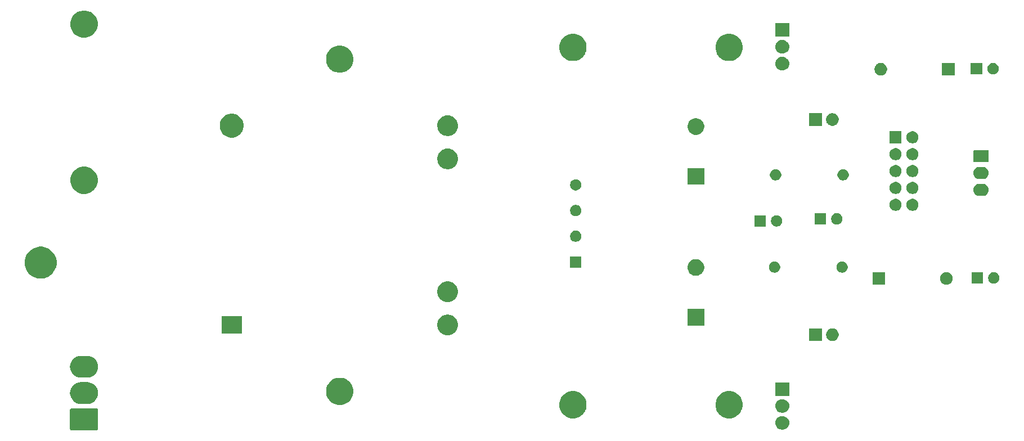
<source format=gbr>
G04 #@! TF.GenerationSoftware,KiCad,Pcbnew,(5.1.5)-3*
G04 #@! TF.CreationDate,2020-10-13T08:43:11+01:00*
G04 #@! TF.ProjectId,KOSMOPSU2,4b4f534d-4f50-4535-9532-2e6b69636164,rev?*
G04 #@! TF.SameCoordinates,Original*
G04 #@! TF.FileFunction,Soldermask,Bot*
G04 #@! TF.FilePolarity,Negative*
%FSLAX46Y46*%
G04 Gerber Fmt 4.6, Leading zero omitted, Abs format (unit mm)*
G04 Created by KiCad (PCBNEW (5.1.5)-3) date 2020-10-13 08:43:11*
%MOMM*%
%LPD*%
G04 APERTURE LIST*
%ADD10C,0.100000*%
G04 APERTURE END LIST*
D10*
G36*
X38907850Y-115022530D02*
G01*
X38936413Y-115031194D01*
X38962734Y-115045263D01*
X38985804Y-115064196D01*
X39004737Y-115087266D01*
X39018806Y-115113587D01*
X39027470Y-115142150D01*
X39031000Y-115177990D01*
X39031000Y-118122010D01*
X39027470Y-118157850D01*
X39018806Y-118186413D01*
X39004737Y-118212734D01*
X38985804Y-118235804D01*
X38962734Y-118254737D01*
X38936413Y-118268806D01*
X38907850Y-118277470D01*
X38872010Y-118281000D01*
X34987990Y-118281000D01*
X34952150Y-118277470D01*
X34923587Y-118268806D01*
X34897266Y-118254737D01*
X34874196Y-118235804D01*
X34855263Y-118212734D01*
X34841194Y-118186413D01*
X34832530Y-118157850D01*
X34829000Y-118122010D01*
X34829000Y-115177990D01*
X34832530Y-115142150D01*
X34841194Y-115113587D01*
X34855263Y-115087266D01*
X34874196Y-115064196D01*
X34897266Y-115045263D01*
X34923587Y-115031194D01*
X34952150Y-115022530D01*
X34987990Y-115019000D01*
X38872010Y-115019000D01*
X38907850Y-115022530D01*
G37*
G36*
X142145936Y-116181340D02*
G01*
X142244220Y-116191020D01*
X142433381Y-116248401D01*
X142607712Y-116341583D01*
X142760515Y-116466985D01*
X142885917Y-116619788D01*
X142979099Y-116794119D01*
X143036480Y-116983280D01*
X143055855Y-117180000D01*
X143036480Y-117376720D01*
X142979099Y-117565881D01*
X142885917Y-117740212D01*
X142760515Y-117893015D01*
X142607712Y-118018417D01*
X142433381Y-118111599D01*
X142244220Y-118168980D01*
X142145936Y-118178660D01*
X142096795Y-118183500D01*
X141903205Y-118183500D01*
X141854064Y-118178660D01*
X141755780Y-118168980D01*
X141566619Y-118111599D01*
X141392288Y-118018417D01*
X141239485Y-117893015D01*
X141114083Y-117740212D01*
X141020901Y-117565881D01*
X140963520Y-117376720D01*
X140944145Y-117180000D01*
X140963520Y-116983280D01*
X141020901Y-116794119D01*
X141114083Y-116619788D01*
X141239485Y-116466985D01*
X141392288Y-116341583D01*
X141566619Y-116248401D01*
X141755780Y-116191020D01*
X141854064Y-116181340D01*
X141903205Y-116176500D01*
X142096795Y-116176500D01*
X142145936Y-116181340D01*
G37*
G36*
X111098254Y-112487818D02*
G01*
X111470497Y-112642006D01*
X111471513Y-112642427D01*
X111807436Y-112866884D01*
X112093116Y-113152564D01*
X112266141Y-113411513D01*
X112317574Y-113488489D01*
X112472182Y-113861746D01*
X112551000Y-114257993D01*
X112551000Y-114662007D01*
X112472182Y-115058254D01*
X112413381Y-115200212D01*
X112317573Y-115431513D01*
X112093116Y-115767436D01*
X111807436Y-116053116D01*
X111471513Y-116277573D01*
X111471512Y-116277574D01*
X111471511Y-116277574D01*
X111098254Y-116432182D01*
X110702007Y-116511000D01*
X110297993Y-116511000D01*
X109901746Y-116432182D01*
X109528489Y-116277574D01*
X109528488Y-116277574D01*
X109528487Y-116277573D01*
X109192564Y-116053116D01*
X108906884Y-115767436D01*
X108682427Y-115431513D01*
X108586619Y-115200212D01*
X108527818Y-115058254D01*
X108449000Y-114662007D01*
X108449000Y-114257993D01*
X108527818Y-113861746D01*
X108682426Y-113488489D01*
X108733860Y-113411513D01*
X108906884Y-113152564D01*
X109192564Y-112866884D01*
X109528487Y-112642427D01*
X109529503Y-112642006D01*
X109901746Y-112487818D01*
X110297993Y-112409000D01*
X110702007Y-112409000D01*
X111098254Y-112487818D01*
G37*
G36*
X134598254Y-112487818D02*
G01*
X134970497Y-112642006D01*
X134971513Y-112642427D01*
X135307436Y-112866884D01*
X135593116Y-113152564D01*
X135766141Y-113411513D01*
X135817574Y-113488489D01*
X135972182Y-113861746D01*
X136051000Y-114257993D01*
X136051000Y-114662007D01*
X135972182Y-115058254D01*
X135913381Y-115200212D01*
X135817573Y-115431513D01*
X135593116Y-115767436D01*
X135307436Y-116053116D01*
X134971513Y-116277573D01*
X134971512Y-116277574D01*
X134971511Y-116277574D01*
X134598254Y-116432182D01*
X134202007Y-116511000D01*
X133797993Y-116511000D01*
X133401746Y-116432182D01*
X133028489Y-116277574D01*
X133028488Y-116277574D01*
X133028487Y-116277573D01*
X132692564Y-116053116D01*
X132406884Y-115767436D01*
X132182427Y-115431513D01*
X132086619Y-115200212D01*
X132027818Y-115058254D01*
X131949000Y-114662007D01*
X131949000Y-114257993D01*
X132027818Y-113861746D01*
X132182426Y-113488489D01*
X132233860Y-113411513D01*
X132406884Y-113152564D01*
X132692564Y-112866884D01*
X133028487Y-112642427D01*
X133029503Y-112642006D01*
X133401746Y-112487818D01*
X133797993Y-112409000D01*
X134202007Y-112409000D01*
X134598254Y-112487818D01*
G37*
G36*
X142145936Y-113641340D02*
G01*
X142244220Y-113651020D01*
X142433381Y-113708401D01*
X142607712Y-113801583D01*
X142760515Y-113926985D01*
X142885917Y-114079788D01*
X142979099Y-114254119D01*
X143036480Y-114443280D01*
X143055855Y-114640000D01*
X143036480Y-114836720D01*
X142979099Y-115025881D01*
X142885917Y-115200212D01*
X142760515Y-115353015D01*
X142607712Y-115478417D01*
X142433381Y-115571599D01*
X142244220Y-115628980D01*
X142145936Y-115638660D01*
X142096795Y-115643500D01*
X141903205Y-115643500D01*
X141854064Y-115638660D01*
X141755780Y-115628980D01*
X141566619Y-115571599D01*
X141392288Y-115478417D01*
X141239485Y-115353015D01*
X141114083Y-115200212D01*
X141020901Y-115025881D01*
X140963520Y-114836720D01*
X140944145Y-114640000D01*
X140963520Y-114443280D01*
X141020901Y-114254119D01*
X141114083Y-114079788D01*
X141239485Y-113926985D01*
X141392288Y-113801583D01*
X141566619Y-113708401D01*
X141755780Y-113651020D01*
X141854064Y-113641340D01*
X141903205Y-113636500D01*
X142096795Y-113636500D01*
X142145936Y-113641340D01*
G37*
G36*
X76008254Y-110467818D02*
G01*
X76381511Y-110622426D01*
X76381513Y-110622427D01*
X76717436Y-110846884D01*
X77003116Y-111132564D01*
X77032048Y-111175863D01*
X77227574Y-111468489D01*
X77382182Y-111841746D01*
X77461000Y-112237993D01*
X77461000Y-112642007D01*
X77382182Y-113038254D01*
X77227574Y-113411511D01*
X77227573Y-113411513D01*
X77003116Y-113747436D01*
X76717436Y-114033116D01*
X76381513Y-114257573D01*
X76381512Y-114257574D01*
X76381511Y-114257574D01*
X76008254Y-114412182D01*
X75612007Y-114491000D01*
X75207993Y-114491000D01*
X74811746Y-114412182D01*
X74438489Y-114257574D01*
X74438488Y-114257574D01*
X74438487Y-114257573D01*
X74102564Y-114033116D01*
X73816884Y-113747436D01*
X73592427Y-113411513D01*
X73592426Y-113411511D01*
X73437818Y-113038254D01*
X73359000Y-112642007D01*
X73359000Y-112237993D01*
X73437818Y-111841746D01*
X73592426Y-111468489D01*
X73787953Y-111175863D01*
X73816884Y-111132564D01*
X74102564Y-110846884D01*
X74438487Y-110622427D01*
X74438489Y-110622426D01*
X74811746Y-110467818D01*
X75207993Y-110389000D01*
X75612007Y-110389000D01*
X76008254Y-110467818D01*
G37*
G36*
X37719730Y-111082599D02*
G01*
X38027179Y-111175863D01*
X38310518Y-111327311D01*
X38558871Y-111531129D01*
X38762689Y-111779482D01*
X38914137Y-112062821D01*
X39007401Y-112370270D01*
X39038891Y-112690000D01*
X39007401Y-113009730D01*
X38914137Y-113317179D01*
X38762689Y-113600518D01*
X38558871Y-113848871D01*
X38310518Y-114052689D01*
X38027179Y-114204137D01*
X37719730Y-114297401D01*
X37480122Y-114321000D01*
X36379878Y-114321000D01*
X36140270Y-114297401D01*
X35832821Y-114204137D01*
X35549482Y-114052689D01*
X35301129Y-113848871D01*
X35097311Y-113600518D01*
X34945863Y-113317179D01*
X34852599Y-113009730D01*
X34821109Y-112690000D01*
X34852599Y-112370270D01*
X34945863Y-112062821D01*
X35097311Y-111779482D01*
X35301129Y-111531129D01*
X35549482Y-111327311D01*
X35832821Y-111175863D01*
X36140270Y-111082599D01*
X36379878Y-111059000D01*
X37480122Y-111059000D01*
X37719730Y-111082599D01*
G37*
G36*
X143051000Y-113103500D02*
G01*
X140949000Y-113103500D01*
X140949000Y-111096500D01*
X143051000Y-111096500D01*
X143051000Y-113103500D01*
G37*
G36*
X37719730Y-107122599D02*
G01*
X38027179Y-107215863D01*
X38310518Y-107367311D01*
X38558871Y-107571129D01*
X38762689Y-107819482D01*
X38914137Y-108102821D01*
X39007401Y-108410270D01*
X39038891Y-108730000D01*
X39007401Y-109049730D01*
X38914137Y-109357179D01*
X38762689Y-109640518D01*
X38558871Y-109888871D01*
X38310518Y-110092689D01*
X38027179Y-110244137D01*
X37719730Y-110337401D01*
X37480122Y-110361000D01*
X36379878Y-110361000D01*
X36140270Y-110337401D01*
X35832821Y-110244137D01*
X35549482Y-110092689D01*
X35301129Y-109888871D01*
X35097311Y-109640518D01*
X34945863Y-109357179D01*
X34852599Y-109049730D01*
X34821109Y-108730000D01*
X34852599Y-108410270D01*
X34945863Y-108102821D01*
X35097311Y-107819482D01*
X35301129Y-107571129D01*
X35549482Y-107367311D01*
X35832821Y-107215863D01*
X36140270Y-107122599D01*
X36379878Y-107099000D01*
X37480122Y-107099000D01*
X37719730Y-107122599D01*
G37*
G36*
X149817395Y-103005546D02*
G01*
X149990466Y-103077234D01*
X149990467Y-103077235D01*
X150146227Y-103181310D01*
X150278690Y-103313773D01*
X150278691Y-103313775D01*
X150382766Y-103469534D01*
X150454454Y-103642605D01*
X150491000Y-103826333D01*
X150491000Y-104013667D01*
X150454454Y-104197395D01*
X150382766Y-104370466D01*
X150382765Y-104370467D01*
X150278690Y-104526227D01*
X150146227Y-104658690D01*
X150067818Y-104711081D01*
X149990466Y-104762766D01*
X149817395Y-104834454D01*
X149633667Y-104871000D01*
X149446333Y-104871000D01*
X149262605Y-104834454D01*
X149089534Y-104762766D01*
X149012182Y-104711081D01*
X148933773Y-104658690D01*
X148801310Y-104526227D01*
X148697235Y-104370467D01*
X148697234Y-104370466D01*
X148625546Y-104197395D01*
X148589000Y-104013667D01*
X148589000Y-103826333D01*
X148625546Y-103642605D01*
X148697234Y-103469534D01*
X148801309Y-103313775D01*
X148801310Y-103313773D01*
X148933773Y-103181310D01*
X149089533Y-103077235D01*
X149089534Y-103077234D01*
X149262605Y-103005546D01*
X149446333Y-102969000D01*
X149633667Y-102969000D01*
X149817395Y-103005546D01*
G37*
G36*
X147951000Y-104871000D02*
G01*
X146049000Y-104871000D01*
X146049000Y-102969000D01*
X147951000Y-102969000D01*
X147951000Y-104871000D01*
G37*
G36*
X91962585Y-100918802D02*
G01*
X92112410Y-100948604D01*
X92394674Y-101065521D01*
X92648705Y-101235259D01*
X92864741Y-101451295D01*
X93034479Y-101705326D01*
X93151396Y-101987590D01*
X93211000Y-102287240D01*
X93211000Y-102592760D01*
X93151396Y-102892410D01*
X93034479Y-103174674D01*
X92864741Y-103428705D01*
X92648705Y-103644741D01*
X92394674Y-103814479D01*
X92112410Y-103931396D01*
X91962585Y-103961198D01*
X91812761Y-103991000D01*
X91507239Y-103991000D01*
X91357415Y-103961198D01*
X91207590Y-103931396D01*
X90925326Y-103814479D01*
X90671295Y-103644741D01*
X90455259Y-103428705D01*
X90285521Y-103174674D01*
X90168604Y-102892410D01*
X90109000Y-102592760D01*
X90109000Y-102287240D01*
X90168604Y-101987590D01*
X90285521Y-101705326D01*
X90455259Y-101451295D01*
X90671295Y-101235259D01*
X90925326Y-101065521D01*
X91207590Y-100948604D01*
X91357415Y-100918802D01*
X91507239Y-100889000D01*
X91812761Y-100889000D01*
X91962585Y-100918802D01*
G37*
G36*
X60711000Y-103741000D02*
G01*
X57609000Y-103741000D01*
X57609000Y-101139000D01*
X60711000Y-101139000D01*
X60711000Y-103741000D01*
G37*
G36*
X130251000Y-102531000D02*
G01*
X127749000Y-102531000D01*
X127749000Y-100029000D01*
X130251000Y-100029000D01*
X130251000Y-102531000D01*
G37*
G36*
X91880529Y-95902480D02*
G01*
X92112410Y-95948604D01*
X92394674Y-96065521D01*
X92648705Y-96235259D01*
X92864741Y-96451295D01*
X93034479Y-96705326D01*
X93151396Y-96987590D01*
X93211000Y-97287240D01*
X93211000Y-97592760D01*
X93151396Y-97892410D01*
X93034479Y-98174674D01*
X92864741Y-98428705D01*
X92648705Y-98644741D01*
X92394674Y-98814479D01*
X92112410Y-98931396D01*
X91962585Y-98961198D01*
X91812761Y-98991000D01*
X91507239Y-98991000D01*
X91357415Y-98961198D01*
X91207590Y-98931396D01*
X90925326Y-98814479D01*
X90671295Y-98644741D01*
X90455259Y-98428705D01*
X90285521Y-98174674D01*
X90168604Y-97892410D01*
X90109000Y-97592760D01*
X90109000Y-97287240D01*
X90168604Y-96987590D01*
X90285521Y-96705326D01*
X90455259Y-96451295D01*
X90671295Y-96235259D01*
X90925326Y-96065521D01*
X91207590Y-95948604D01*
X91439471Y-95902480D01*
X91507239Y-95889000D01*
X91812761Y-95889000D01*
X91880529Y-95902480D01*
G37*
G36*
X166967395Y-94525546D02*
G01*
X167140466Y-94597234D01*
X167153365Y-94605853D01*
X167296227Y-94701310D01*
X167428690Y-94833773D01*
X167428691Y-94833775D01*
X167532766Y-94989534D01*
X167604454Y-95162605D01*
X167641000Y-95346333D01*
X167641000Y-95533667D01*
X167604454Y-95717395D01*
X167532766Y-95890466D01*
X167532765Y-95890467D01*
X167428690Y-96046227D01*
X167296227Y-96178690D01*
X167247871Y-96211000D01*
X167140466Y-96282766D01*
X166967395Y-96354454D01*
X166783667Y-96391000D01*
X166596333Y-96391000D01*
X166412605Y-96354454D01*
X166239534Y-96282766D01*
X166132129Y-96211000D01*
X166083773Y-96178690D01*
X165951310Y-96046227D01*
X165847235Y-95890467D01*
X165847234Y-95890466D01*
X165775546Y-95717395D01*
X165739000Y-95533667D01*
X165739000Y-95346333D01*
X165775546Y-95162605D01*
X165847234Y-94989534D01*
X165951309Y-94833775D01*
X165951310Y-94833773D01*
X166083773Y-94701310D01*
X166226635Y-94605853D01*
X166239534Y-94597234D01*
X166412605Y-94525546D01*
X166596333Y-94489000D01*
X166783667Y-94489000D01*
X166967395Y-94525546D01*
G37*
G36*
X157481000Y-96391000D02*
G01*
X155579000Y-96391000D01*
X155579000Y-94489000D01*
X157481000Y-94489000D01*
X157481000Y-96391000D01*
G37*
G36*
X172181000Y-96211000D02*
G01*
X170479000Y-96211000D01*
X170479000Y-94509000D01*
X172181000Y-94509000D01*
X172181000Y-96211000D01*
G37*
G36*
X174078228Y-94541703D02*
G01*
X174233100Y-94605853D01*
X174372481Y-94698985D01*
X174491015Y-94817519D01*
X174584147Y-94956900D01*
X174648297Y-95111772D01*
X174681000Y-95276184D01*
X174681000Y-95443816D01*
X174648297Y-95608228D01*
X174584147Y-95763100D01*
X174491015Y-95902481D01*
X174372481Y-96021015D01*
X174233100Y-96114147D01*
X174078228Y-96178297D01*
X173913816Y-96211000D01*
X173746184Y-96211000D01*
X173581772Y-96178297D01*
X173426900Y-96114147D01*
X173287519Y-96021015D01*
X173168985Y-95902481D01*
X173075853Y-95763100D01*
X173011703Y-95608228D01*
X172979000Y-95443816D01*
X172979000Y-95276184D01*
X173011703Y-95111772D01*
X173075853Y-94956900D01*
X173168985Y-94817519D01*
X173287519Y-94698985D01*
X173426900Y-94605853D01*
X173581772Y-94541703D01*
X173746184Y-94509000D01*
X173913816Y-94509000D01*
X174078228Y-94541703D01*
G37*
G36*
X30878412Y-90705135D02*
G01*
X31110346Y-90751269D01*
X31547300Y-90932262D01*
X31940548Y-91195022D01*
X32274978Y-91529452D01*
X32537738Y-91922700D01*
X32718731Y-92359654D01*
X32811000Y-92823522D01*
X32811000Y-93296478D01*
X32718731Y-93760346D01*
X32537738Y-94197300D01*
X32274978Y-94590548D01*
X31940548Y-94924978D01*
X31547300Y-95187738D01*
X31110346Y-95368731D01*
X30878412Y-95414866D01*
X30646479Y-95461000D01*
X30173521Y-95461000D01*
X29941588Y-95414866D01*
X29709654Y-95368731D01*
X29272700Y-95187738D01*
X28879452Y-94924978D01*
X28545022Y-94590548D01*
X28282262Y-94197300D01*
X28101269Y-93760346D01*
X28009000Y-93296478D01*
X28009000Y-92823522D01*
X28101269Y-92359654D01*
X28282262Y-91922700D01*
X28545022Y-91529452D01*
X28879452Y-91195022D01*
X29272700Y-90932262D01*
X29709654Y-90751269D01*
X29941588Y-90705135D01*
X30173521Y-90659000D01*
X30646479Y-90659000D01*
X30878412Y-90705135D01*
G37*
G36*
X129364903Y-92577075D02*
G01*
X129592571Y-92671378D01*
X129797466Y-92808285D01*
X129971715Y-92982534D01*
X129971716Y-92982536D01*
X130108623Y-93187431D01*
X130202925Y-93415097D01*
X130251000Y-93656786D01*
X130251000Y-93903214D01*
X130202925Y-94144903D01*
X130181222Y-94197300D01*
X130108622Y-94372571D01*
X129971715Y-94577466D01*
X129797466Y-94751715D01*
X129592571Y-94888622D01*
X129592570Y-94888623D01*
X129592569Y-94888623D01*
X129364903Y-94982925D01*
X129123214Y-95031000D01*
X128876786Y-95031000D01*
X128635097Y-94982925D01*
X128407431Y-94888623D01*
X128407430Y-94888623D01*
X128407429Y-94888622D01*
X128202534Y-94751715D01*
X128028285Y-94577466D01*
X127891378Y-94372571D01*
X127818779Y-94197300D01*
X127797075Y-94144903D01*
X127749000Y-93903214D01*
X127749000Y-93656786D01*
X127797075Y-93415097D01*
X127891377Y-93187431D01*
X128028284Y-92982536D01*
X128028285Y-92982534D01*
X128202534Y-92808285D01*
X128407429Y-92671378D01*
X128635097Y-92577075D01*
X128876786Y-92529000D01*
X129123214Y-92529000D01*
X129364903Y-92577075D01*
G37*
G36*
X141088228Y-92911703D02*
G01*
X141243100Y-92975853D01*
X141382481Y-93068985D01*
X141501015Y-93187519D01*
X141594147Y-93326900D01*
X141658297Y-93481772D01*
X141691000Y-93646184D01*
X141691000Y-93813816D01*
X141658297Y-93978228D01*
X141594147Y-94133100D01*
X141501015Y-94272481D01*
X141382481Y-94391015D01*
X141243100Y-94484147D01*
X141088228Y-94548297D01*
X140923816Y-94581000D01*
X140756184Y-94581000D01*
X140591772Y-94548297D01*
X140436900Y-94484147D01*
X140297519Y-94391015D01*
X140178985Y-94272481D01*
X140085853Y-94133100D01*
X140021703Y-93978228D01*
X139989000Y-93813816D01*
X139989000Y-93646184D01*
X140021703Y-93481772D01*
X140085853Y-93326900D01*
X140178985Y-93187519D01*
X140297519Y-93068985D01*
X140436900Y-92975853D01*
X140591772Y-92911703D01*
X140756184Y-92879000D01*
X140923816Y-92879000D01*
X141088228Y-92911703D01*
G37*
G36*
X151248228Y-92911703D02*
G01*
X151403100Y-92975853D01*
X151542481Y-93068985D01*
X151661015Y-93187519D01*
X151754147Y-93326900D01*
X151818297Y-93481772D01*
X151851000Y-93646184D01*
X151851000Y-93813816D01*
X151818297Y-93978228D01*
X151754147Y-94133100D01*
X151661015Y-94272481D01*
X151542481Y-94391015D01*
X151403100Y-94484147D01*
X151248228Y-94548297D01*
X151083816Y-94581000D01*
X150916184Y-94581000D01*
X150751772Y-94548297D01*
X150596900Y-94484147D01*
X150457519Y-94391015D01*
X150338985Y-94272481D01*
X150245853Y-94133100D01*
X150181703Y-93978228D01*
X150149000Y-93813816D01*
X150149000Y-93646184D01*
X150181703Y-93481772D01*
X150245853Y-93326900D01*
X150338985Y-93187519D01*
X150457519Y-93068985D01*
X150596900Y-92975853D01*
X150751772Y-92911703D01*
X150916184Y-92879000D01*
X151083816Y-92879000D01*
X151248228Y-92911703D01*
G37*
G36*
X111766000Y-93796000D02*
G01*
X110074000Y-93796000D01*
X110074000Y-92104000D01*
X111766000Y-92104000D01*
X111766000Y-93796000D01*
G37*
G36*
X111166768Y-88271511D02*
G01*
X111320729Y-88335284D01*
X111320731Y-88335285D01*
X111459293Y-88427869D01*
X111577131Y-88545707D01*
X111669716Y-88684271D01*
X111733489Y-88838232D01*
X111766000Y-89001675D01*
X111766000Y-89168325D01*
X111733489Y-89331768D01*
X111669716Y-89485729D01*
X111669715Y-89485731D01*
X111577131Y-89624293D01*
X111459293Y-89742131D01*
X111320731Y-89834715D01*
X111320730Y-89834716D01*
X111320729Y-89834716D01*
X111166768Y-89898489D01*
X111003325Y-89931000D01*
X110836675Y-89931000D01*
X110673232Y-89898489D01*
X110519271Y-89834716D01*
X110519270Y-89834716D01*
X110519269Y-89834715D01*
X110380707Y-89742131D01*
X110262869Y-89624293D01*
X110170285Y-89485731D01*
X110170284Y-89485729D01*
X110106511Y-89331768D01*
X110074000Y-89168325D01*
X110074000Y-89001675D01*
X110106511Y-88838232D01*
X110170284Y-88684271D01*
X110262869Y-88545707D01*
X110380707Y-88427869D01*
X110519269Y-88335285D01*
X110519271Y-88335284D01*
X110673232Y-88271511D01*
X110836675Y-88239000D01*
X111003325Y-88239000D01*
X111166768Y-88271511D01*
G37*
G36*
X141398228Y-85961703D02*
G01*
X141553100Y-86025853D01*
X141692481Y-86118985D01*
X141811015Y-86237519D01*
X141904147Y-86376900D01*
X141968297Y-86531772D01*
X142001000Y-86696184D01*
X142001000Y-86863816D01*
X141968297Y-87028228D01*
X141904147Y-87183100D01*
X141811015Y-87322481D01*
X141692481Y-87441015D01*
X141553100Y-87534147D01*
X141398228Y-87598297D01*
X141233816Y-87631000D01*
X141066184Y-87631000D01*
X140901772Y-87598297D01*
X140746900Y-87534147D01*
X140607519Y-87441015D01*
X140488985Y-87322481D01*
X140395853Y-87183100D01*
X140331703Y-87028228D01*
X140299000Y-86863816D01*
X140299000Y-86696184D01*
X140331703Y-86531772D01*
X140395853Y-86376900D01*
X140488985Y-86237519D01*
X140607519Y-86118985D01*
X140746900Y-86025853D01*
X140901772Y-85961703D01*
X141066184Y-85929000D01*
X141233816Y-85929000D01*
X141398228Y-85961703D01*
G37*
G36*
X139501000Y-87631000D02*
G01*
X137799000Y-87631000D01*
X137799000Y-85929000D01*
X139501000Y-85929000D01*
X139501000Y-87631000D01*
G37*
G36*
X150458228Y-85661703D02*
G01*
X150613100Y-85725853D01*
X150752481Y-85818985D01*
X150871015Y-85937519D01*
X150964147Y-86076900D01*
X151028297Y-86231772D01*
X151061000Y-86396184D01*
X151061000Y-86563816D01*
X151028297Y-86728228D01*
X150964147Y-86883100D01*
X150871015Y-87022481D01*
X150752481Y-87141015D01*
X150613100Y-87234147D01*
X150458228Y-87298297D01*
X150293816Y-87331000D01*
X150126184Y-87331000D01*
X149961772Y-87298297D01*
X149806900Y-87234147D01*
X149667519Y-87141015D01*
X149548985Y-87022481D01*
X149455853Y-86883100D01*
X149391703Y-86728228D01*
X149359000Y-86563816D01*
X149359000Y-86396184D01*
X149391703Y-86231772D01*
X149455853Y-86076900D01*
X149548985Y-85937519D01*
X149667519Y-85818985D01*
X149806900Y-85725853D01*
X149961772Y-85661703D01*
X150126184Y-85629000D01*
X150293816Y-85629000D01*
X150458228Y-85661703D01*
G37*
G36*
X148561000Y-87331000D02*
G01*
X146859000Y-87331000D01*
X146859000Y-85629000D01*
X148561000Y-85629000D01*
X148561000Y-87331000D01*
G37*
G36*
X111166768Y-84406511D02*
G01*
X111271952Y-84450080D01*
X111320731Y-84470285D01*
X111459293Y-84562869D01*
X111577131Y-84680707D01*
X111669716Y-84819271D01*
X111733489Y-84973232D01*
X111766000Y-85136675D01*
X111766000Y-85303325D01*
X111733489Y-85466768D01*
X111669716Y-85620729D01*
X111669715Y-85620731D01*
X111577131Y-85759293D01*
X111459293Y-85877131D01*
X111320731Y-85969715D01*
X111320730Y-85969716D01*
X111320729Y-85969716D01*
X111166768Y-86033489D01*
X111003325Y-86066000D01*
X110836675Y-86066000D01*
X110673232Y-86033489D01*
X110519271Y-85969716D01*
X110519270Y-85969716D01*
X110519269Y-85969715D01*
X110380707Y-85877131D01*
X110262869Y-85759293D01*
X110170285Y-85620731D01*
X110170284Y-85620729D01*
X110106511Y-85466768D01*
X110074000Y-85303325D01*
X110074000Y-85136675D01*
X110106511Y-84973232D01*
X110170284Y-84819271D01*
X110262869Y-84680707D01*
X110380707Y-84562869D01*
X110519269Y-84470285D01*
X110568048Y-84450080D01*
X110673232Y-84406511D01*
X110836675Y-84374000D01*
X111003325Y-84374000D01*
X111166768Y-84406511D01*
G37*
G36*
X161856778Y-83480547D02*
G01*
X162023224Y-83549491D01*
X162173022Y-83649583D01*
X162300417Y-83776978D01*
X162400509Y-83926776D01*
X162469453Y-84093222D01*
X162504600Y-84269918D01*
X162504600Y-84450082D01*
X162469453Y-84626778D01*
X162400509Y-84793224D01*
X162300417Y-84943022D01*
X162173022Y-85070417D01*
X162023224Y-85170509D01*
X161856778Y-85239453D01*
X161680082Y-85274600D01*
X161499918Y-85274600D01*
X161323222Y-85239453D01*
X161156776Y-85170509D01*
X161006978Y-85070417D01*
X160879583Y-84943022D01*
X160779491Y-84793224D01*
X160710547Y-84626778D01*
X160675400Y-84450082D01*
X160675400Y-84269918D01*
X160710547Y-84093222D01*
X160779491Y-83926776D01*
X160879583Y-83776978D01*
X161006978Y-83649583D01*
X161156776Y-83549491D01*
X161323222Y-83480547D01*
X161499918Y-83445400D01*
X161680082Y-83445400D01*
X161856778Y-83480547D01*
G37*
G36*
X159316778Y-83480547D02*
G01*
X159483224Y-83549491D01*
X159633022Y-83649583D01*
X159760417Y-83776978D01*
X159860509Y-83926776D01*
X159929453Y-84093222D01*
X159964600Y-84269918D01*
X159964600Y-84450082D01*
X159929453Y-84626778D01*
X159860509Y-84793224D01*
X159760417Y-84943022D01*
X159633022Y-85070417D01*
X159483224Y-85170509D01*
X159316778Y-85239453D01*
X159140082Y-85274600D01*
X158959918Y-85274600D01*
X158783222Y-85239453D01*
X158616776Y-85170509D01*
X158466978Y-85070417D01*
X158339583Y-84943022D01*
X158239491Y-84793224D01*
X158170547Y-84626778D01*
X158135400Y-84450082D01*
X158135400Y-84269918D01*
X158170547Y-84093222D01*
X158239491Y-83926776D01*
X158339583Y-83776978D01*
X158466978Y-83649583D01*
X158616776Y-83549491D01*
X158783222Y-83480547D01*
X158959918Y-83445400D01*
X159140082Y-83445400D01*
X159316778Y-83480547D01*
G37*
G36*
X172240345Y-81193442D02*
G01*
X172330548Y-81202326D01*
X172504157Y-81254990D01*
X172664156Y-81340511D01*
X172707729Y-81376271D01*
X172804397Y-81455603D01*
X172883729Y-81552271D01*
X172919489Y-81595844D01*
X173005010Y-81755843D01*
X173057674Y-81929452D01*
X173075456Y-82110000D01*
X173057674Y-82290548D01*
X173005010Y-82464157D01*
X173005009Y-82464159D01*
X172995229Y-82482456D01*
X172919489Y-82624156D01*
X172912902Y-82632182D01*
X172804397Y-82764397D01*
X172707729Y-82843729D01*
X172664156Y-82879489D01*
X172504157Y-82965010D01*
X172330548Y-83017674D01*
X172240345Y-83026558D01*
X172195245Y-83031000D01*
X171644755Y-83031000D01*
X171599655Y-83026558D01*
X171509452Y-83017674D01*
X171335843Y-82965010D01*
X171175844Y-82879489D01*
X171132271Y-82843729D01*
X171035603Y-82764397D01*
X170927098Y-82632182D01*
X170920511Y-82624156D01*
X170844771Y-82482456D01*
X170834991Y-82464159D01*
X170834990Y-82464157D01*
X170782326Y-82290548D01*
X170764544Y-82110000D01*
X170782326Y-81929452D01*
X170834990Y-81755843D01*
X170920511Y-81595844D01*
X170956271Y-81552271D01*
X171035603Y-81455603D01*
X171132271Y-81376271D01*
X171175844Y-81340511D01*
X171335843Y-81254990D01*
X171509452Y-81202326D01*
X171599655Y-81193442D01*
X171644755Y-81189000D01*
X172195245Y-81189000D01*
X172240345Y-81193442D01*
G37*
G36*
X161856778Y-80940547D02*
G01*
X162023224Y-81009491D01*
X162173022Y-81109583D01*
X162300417Y-81236978D01*
X162400509Y-81386776D01*
X162469453Y-81553222D01*
X162504600Y-81729918D01*
X162504600Y-81910082D01*
X162469453Y-82086778D01*
X162400509Y-82253224D01*
X162300417Y-82403022D01*
X162173022Y-82530417D01*
X162023224Y-82630509D01*
X161856778Y-82699453D01*
X161680082Y-82734600D01*
X161499918Y-82734600D01*
X161323222Y-82699453D01*
X161156776Y-82630509D01*
X161006978Y-82530417D01*
X160879583Y-82403022D01*
X160779491Y-82253224D01*
X160710547Y-82086778D01*
X160675400Y-81910082D01*
X160675400Y-81729918D01*
X160710547Y-81553222D01*
X160779491Y-81386776D01*
X160879583Y-81236978D01*
X161006978Y-81109583D01*
X161156776Y-81009491D01*
X161323222Y-80940547D01*
X161499918Y-80905400D01*
X161680082Y-80905400D01*
X161856778Y-80940547D01*
G37*
G36*
X159316778Y-80940547D02*
G01*
X159483224Y-81009491D01*
X159633022Y-81109583D01*
X159760417Y-81236978D01*
X159860509Y-81386776D01*
X159929453Y-81553222D01*
X159964600Y-81729918D01*
X159964600Y-81910082D01*
X159929453Y-82086778D01*
X159860509Y-82253224D01*
X159760417Y-82403022D01*
X159633022Y-82530417D01*
X159483224Y-82630509D01*
X159316778Y-82699453D01*
X159140082Y-82734600D01*
X158959918Y-82734600D01*
X158783222Y-82699453D01*
X158616776Y-82630509D01*
X158466978Y-82530417D01*
X158339583Y-82403022D01*
X158239491Y-82253224D01*
X158170547Y-82086778D01*
X158135400Y-81910082D01*
X158135400Y-81729918D01*
X158170547Y-81553222D01*
X158239491Y-81386776D01*
X158339583Y-81236978D01*
X158466978Y-81109583D01*
X158616776Y-81009491D01*
X158783222Y-80940547D01*
X158959918Y-80905400D01*
X159140082Y-80905400D01*
X159316778Y-80940547D01*
G37*
G36*
X37528254Y-78687818D02*
G01*
X37901511Y-78842426D01*
X37901513Y-78842427D01*
X38237436Y-79066884D01*
X38523116Y-79352564D01*
X38652887Y-79546779D01*
X38747574Y-79688489D01*
X38902182Y-80061746D01*
X38981000Y-80457993D01*
X38981000Y-80862007D01*
X38902182Y-81258254D01*
X38747574Y-81631511D01*
X38747573Y-81631513D01*
X38523116Y-81967436D01*
X38237436Y-82253116D01*
X37901513Y-82477573D01*
X37901512Y-82477574D01*
X37901511Y-82477574D01*
X37528254Y-82632182D01*
X37132007Y-82711000D01*
X36727993Y-82711000D01*
X36331746Y-82632182D01*
X35958489Y-82477574D01*
X35958488Y-82477574D01*
X35958487Y-82477573D01*
X35622564Y-82253116D01*
X35336884Y-81967436D01*
X35112427Y-81631513D01*
X35112426Y-81631511D01*
X34957818Y-81258254D01*
X34879000Y-80862007D01*
X34879000Y-80457993D01*
X34957818Y-80061746D01*
X35112426Y-79688489D01*
X35207114Y-79546779D01*
X35336884Y-79352564D01*
X35622564Y-79066884D01*
X35958487Y-78842427D01*
X35958489Y-78842426D01*
X36331746Y-78687818D01*
X36727993Y-78609000D01*
X37132007Y-78609000D01*
X37528254Y-78687818D01*
G37*
G36*
X111166768Y-80541511D02*
G01*
X111293844Y-80594148D01*
X111320731Y-80605285D01*
X111400066Y-80658295D01*
X111459293Y-80697869D01*
X111577131Y-80815707D01*
X111669716Y-80954271D01*
X111733489Y-81108232D01*
X111766000Y-81271675D01*
X111766000Y-81438325D01*
X111733489Y-81601768D01*
X111721168Y-81631513D01*
X111669715Y-81755731D01*
X111577131Y-81894293D01*
X111459293Y-82012131D01*
X111320731Y-82104715D01*
X111320730Y-82104716D01*
X111320729Y-82104716D01*
X111166768Y-82168489D01*
X111003325Y-82201000D01*
X110836675Y-82201000D01*
X110673232Y-82168489D01*
X110519271Y-82104716D01*
X110519270Y-82104716D01*
X110519269Y-82104715D01*
X110380707Y-82012131D01*
X110262869Y-81894293D01*
X110170285Y-81755731D01*
X110118832Y-81631513D01*
X110106511Y-81601768D01*
X110074000Y-81438325D01*
X110074000Y-81271675D01*
X110106511Y-81108232D01*
X110170284Y-80954271D01*
X110262869Y-80815707D01*
X110380707Y-80697869D01*
X110439934Y-80658295D01*
X110519269Y-80605285D01*
X110546156Y-80594148D01*
X110673232Y-80541511D01*
X110836675Y-80509000D01*
X111003325Y-80509000D01*
X111166768Y-80541511D01*
G37*
G36*
X130251000Y-81321000D02*
G01*
X127749000Y-81321000D01*
X127749000Y-78819000D01*
X130251000Y-78819000D01*
X130251000Y-81321000D01*
G37*
G36*
X151408228Y-79021703D02*
G01*
X151563100Y-79085853D01*
X151702481Y-79178985D01*
X151821015Y-79297519D01*
X151914147Y-79436900D01*
X151978297Y-79591772D01*
X152011000Y-79756184D01*
X152011000Y-79923816D01*
X151978297Y-80088228D01*
X151914147Y-80243100D01*
X151821015Y-80382481D01*
X151702481Y-80501015D01*
X151563100Y-80594147D01*
X151408228Y-80658297D01*
X151243816Y-80691000D01*
X151076184Y-80691000D01*
X150911772Y-80658297D01*
X150756900Y-80594147D01*
X150617519Y-80501015D01*
X150498985Y-80382481D01*
X150405853Y-80243100D01*
X150341703Y-80088228D01*
X150309000Y-79923816D01*
X150309000Y-79756184D01*
X150341703Y-79591772D01*
X150405853Y-79436900D01*
X150498985Y-79297519D01*
X150617519Y-79178985D01*
X150756900Y-79085853D01*
X150911772Y-79021703D01*
X151076184Y-78989000D01*
X151243816Y-78989000D01*
X151408228Y-79021703D01*
G37*
G36*
X141248228Y-79021703D02*
G01*
X141403100Y-79085853D01*
X141542481Y-79178985D01*
X141661015Y-79297519D01*
X141754147Y-79436900D01*
X141818297Y-79591772D01*
X141851000Y-79756184D01*
X141851000Y-79923816D01*
X141818297Y-80088228D01*
X141754147Y-80243100D01*
X141661015Y-80382481D01*
X141542481Y-80501015D01*
X141403100Y-80594147D01*
X141248228Y-80658297D01*
X141083816Y-80691000D01*
X140916184Y-80691000D01*
X140751772Y-80658297D01*
X140596900Y-80594147D01*
X140457519Y-80501015D01*
X140338985Y-80382481D01*
X140245853Y-80243100D01*
X140181703Y-80088228D01*
X140149000Y-79923816D01*
X140149000Y-79756184D01*
X140181703Y-79591772D01*
X140245853Y-79436900D01*
X140338985Y-79297519D01*
X140457519Y-79178985D01*
X140596900Y-79085853D01*
X140751772Y-79021703D01*
X140916184Y-78989000D01*
X141083816Y-78989000D01*
X141248228Y-79021703D01*
G37*
G36*
X172240345Y-78653442D02*
G01*
X172330548Y-78662326D01*
X172504157Y-78714990D01*
X172664156Y-78800511D01*
X172707729Y-78836271D01*
X172804397Y-78915603D01*
X172883729Y-79012271D01*
X172919489Y-79055844D01*
X173005010Y-79215843D01*
X173057674Y-79389452D01*
X173075456Y-79570000D01*
X173057674Y-79750548D01*
X173005010Y-79924157D01*
X172919489Y-80084156D01*
X172883729Y-80127729D01*
X172804397Y-80224397D01*
X172707729Y-80303729D01*
X172664156Y-80339489D01*
X172504157Y-80425010D01*
X172330548Y-80477674D01*
X172240345Y-80486558D01*
X172195245Y-80491000D01*
X171644755Y-80491000D01*
X171599655Y-80486558D01*
X171509452Y-80477674D01*
X171335843Y-80425010D01*
X171175844Y-80339489D01*
X171132271Y-80303729D01*
X171035603Y-80224397D01*
X170956271Y-80127729D01*
X170920511Y-80084156D01*
X170834990Y-79924157D01*
X170782326Y-79750548D01*
X170764544Y-79570000D01*
X170782326Y-79389452D01*
X170834990Y-79215843D01*
X170920511Y-79055844D01*
X170956271Y-79012271D01*
X171035603Y-78915603D01*
X171132271Y-78836271D01*
X171175844Y-78800511D01*
X171335843Y-78714990D01*
X171509452Y-78662326D01*
X171599655Y-78653442D01*
X171644755Y-78649000D01*
X172195245Y-78649000D01*
X172240345Y-78653442D01*
G37*
G36*
X159316778Y-78400547D02*
G01*
X159483224Y-78469491D01*
X159633022Y-78569583D01*
X159760417Y-78696978D01*
X159860509Y-78846776D01*
X159929453Y-79013222D01*
X159964600Y-79189918D01*
X159964600Y-79370082D01*
X159929453Y-79546778D01*
X159860509Y-79713224D01*
X159760417Y-79863022D01*
X159633022Y-79990417D01*
X159483224Y-80090509D01*
X159316778Y-80159453D01*
X159140082Y-80194600D01*
X158959918Y-80194600D01*
X158783222Y-80159453D01*
X158616776Y-80090509D01*
X158466978Y-79990417D01*
X158339583Y-79863022D01*
X158239491Y-79713224D01*
X158170547Y-79546778D01*
X158135400Y-79370082D01*
X158135400Y-79189918D01*
X158170547Y-79013222D01*
X158239491Y-78846776D01*
X158339583Y-78696978D01*
X158466978Y-78569583D01*
X158616776Y-78469491D01*
X158783222Y-78400547D01*
X158959918Y-78365400D01*
X159140082Y-78365400D01*
X159316778Y-78400547D01*
G37*
G36*
X161856778Y-78400547D02*
G01*
X162023224Y-78469491D01*
X162173022Y-78569583D01*
X162300417Y-78696978D01*
X162400509Y-78846776D01*
X162469453Y-79013222D01*
X162504600Y-79189918D01*
X162504600Y-79370082D01*
X162469453Y-79546778D01*
X162400509Y-79713224D01*
X162300417Y-79863022D01*
X162173022Y-79990417D01*
X162023224Y-80090509D01*
X161856778Y-80159453D01*
X161680082Y-80194600D01*
X161499918Y-80194600D01*
X161323222Y-80159453D01*
X161156776Y-80090509D01*
X161006978Y-79990417D01*
X160879583Y-79863022D01*
X160779491Y-79713224D01*
X160710547Y-79546778D01*
X160675400Y-79370082D01*
X160675400Y-79189918D01*
X160710547Y-79013222D01*
X160779491Y-78846776D01*
X160879583Y-78696978D01*
X161006978Y-78569583D01*
X161156776Y-78469491D01*
X161323222Y-78400547D01*
X161499918Y-78365400D01*
X161680082Y-78365400D01*
X161856778Y-78400547D01*
G37*
G36*
X91962585Y-75918802D02*
G01*
X92112410Y-75948604D01*
X92394674Y-76065521D01*
X92648705Y-76235259D01*
X92864741Y-76451295D01*
X93034479Y-76705326D01*
X93086154Y-76830082D01*
X93151396Y-76987591D01*
X93211000Y-77287239D01*
X93211000Y-77592761D01*
X93198699Y-77654600D01*
X93151396Y-77892410D01*
X93034479Y-78174674D01*
X92864741Y-78428705D01*
X92648705Y-78644741D01*
X92394674Y-78814479D01*
X92112410Y-78931396D01*
X91962585Y-78961198D01*
X91812761Y-78991000D01*
X91507239Y-78991000D01*
X91357415Y-78961198D01*
X91207590Y-78931396D01*
X90925326Y-78814479D01*
X90671295Y-78644741D01*
X90455259Y-78428705D01*
X90285521Y-78174674D01*
X90168604Y-77892410D01*
X90121301Y-77654600D01*
X90109000Y-77592761D01*
X90109000Y-77287239D01*
X90168604Y-76987591D01*
X90233846Y-76830082D01*
X90285521Y-76705326D01*
X90455259Y-76451295D01*
X90671295Y-76235259D01*
X90925326Y-76065521D01*
X91207590Y-75948604D01*
X91357415Y-75918802D01*
X91507239Y-75889000D01*
X91812761Y-75889000D01*
X91962585Y-75918802D01*
G37*
G36*
X172929561Y-76112966D02*
G01*
X172962383Y-76122923D01*
X172992632Y-76139092D01*
X173019148Y-76160852D01*
X173040908Y-76187368D01*
X173057077Y-76217617D01*
X173067034Y-76250439D01*
X173071000Y-76290713D01*
X173071000Y-77769287D01*
X173067034Y-77809561D01*
X173057077Y-77842383D01*
X173040908Y-77872632D01*
X173019148Y-77899148D01*
X172992632Y-77920908D01*
X172962383Y-77937077D01*
X172929561Y-77947034D01*
X172889287Y-77951000D01*
X170950713Y-77951000D01*
X170910439Y-77947034D01*
X170877617Y-77937077D01*
X170847368Y-77920908D01*
X170820852Y-77899148D01*
X170799092Y-77872632D01*
X170782923Y-77842383D01*
X170772966Y-77809561D01*
X170769000Y-77769287D01*
X170769000Y-76290713D01*
X170772966Y-76250439D01*
X170782923Y-76217617D01*
X170799092Y-76187368D01*
X170820852Y-76160852D01*
X170847368Y-76139092D01*
X170877617Y-76122923D01*
X170910439Y-76112966D01*
X170950713Y-76109000D01*
X172889287Y-76109000D01*
X172929561Y-76112966D01*
G37*
G36*
X161856778Y-75860547D02*
G01*
X162023224Y-75929491D01*
X162173022Y-76029583D01*
X162300417Y-76156978D01*
X162400509Y-76306776D01*
X162469453Y-76473222D01*
X162504600Y-76649918D01*
X162504600Y-76830082D01*
X162469453Y-77006778D01*
X162400509Y-77173224D01*
X162300417Y-77323022D01*
X162173022Y-77450417D01*
X162023224Y-77550509D01*
X161856778Y-77619453D01*
X161680082Y-77654600D01*
X161499918Y-77654600D01*
X161323222Y-77619453D01*
X161156776Y-77550509D01*
X161006978Y-77450417D01*
X160879583Y-77323022D01*
X160779491Y-77173224D01*
X160710547Y-77006778D01*
X160675400Y-76830082D01*
X160675400Y-76649918D01*
X160710547Y-76473222D01*
X160779491Y-76306776D01*
X160879583Y-76156978D01*
X161006978Y-76029583D01*
X161156776Y-75929491D01*
X161323222Y-75860547D01*
X161499918Y-75825400D01*
X161680082Y-75825400D01*
X161856778Y-75860547D01*
G37*
G36*
X159316778Y-75860547D02*
G01*
X159483224Y-75929491D01*
X159633022Y-76029583D01*
X159760417Y-76156978D01*
X159860509Y-76306776D01*
X159929453Y-76473222D01*
X159964600Y-76649918D01*
X159964600Y-76830082D01*
X159929453Y-77006778D01*
X159860509Y-77173224D01*
X159760417Y-77323022D01*
X159633022Y-77450417D01*
X159483224Y-77550509D01*
X159316778Y-77619453D01*
X159140082Y-77654600D01*
X158959918Y-77654600D01*
X158783222Y-77619453D01*
X158616776Y-77550509D01*
X158466978Y-77450417D01*
X158339583Y-77323022D01*
X158239491Y-77173224D01*
X158170547Y-77006778D01*
X158135400Y-76830082D01*
X158135400Y-76649918D01*
X158170547Y-76473222D01*
X158239491Y-76306776D01*
X158339583Y-76156978D01*
X158466978Y-76029583D01*
X158616776Y-75929491D01*
X158783222Y-75860547D01*
X158959918Y-75825400D01*
X159140082Y-75825400D01*
X159316778Y-75860547D01*
G37*
G36*
X161856778Y-73320547D02*
G01*
X162023224Y-73389491D01*
X162173022Y-73489583D01*
X162300417Y-73616978D01*
X162400509Y-73766776D01*
X162469453Y-73933222D01*
X162504600Y-74109918D01*
X162504600Y-74290082D01*
X162469453Y-74466778D01*
X162400509Y-74633224D01*
X162300417Y-74783022D01*
X162173022Y-74910417D01*
X162023224Y-75010509D01*
X161856778Y-75079453D01*
X161680082Y-75114600D01*
X161499918Y-75114600D01*
X161323222Y-75079453D01*
X161156776Y-75010509D01*
X161006978Y-74910417D01*
X160879583Y-74783022D01*
X160779491Y-74633224D01*
X160710547Y-74466778D01*
X160675400Y-74290082D01*
X160675400Y-74109918D01*
X160710547Y-73933222D01*
X160779491Y-73766776D01*
X160879583Y-73616978D01*
X161006978Y-73489583D01*
X161156776Y-73389491D01*
X161323222Y-73320547D01*
X161499918Y-73285400D01*
X161680082Y-73285400D01*
X161856778Y-73320547D01*
G37*
G36*
X159964600Y-75114600D02*
G01*
X158135400Y-75114600D01*
X158135400Y-73285400D01*
X159964600Y-73285400D01*
X159964600Y-75114600D01*
G37*
G36*
X59685331Y-70708211D02*
G01*
X60013092Y-70843974D01*
X60308070Y-71041072D01*
X60558928Y-71291930D01*
X60756026Y-71586908D01*
X60891789Y-71914669D01*
X60961000Y-72262616D01*
X60961000Y-72617384D01*
X60891789Y-72965331D01*
X60756026Y-73293092D01*
X60558928Y-73588070D01*
X60308070Y-73838928D01*
X60013092Y-74036026D01*
X59685331Y-74171789D01*
X59337384Y-74241000D01*
X58982616Y-74241000D01*
X58634669Y-74171789D01*
X58306908Y-74036026D01*
X58011930Y-73838928D01*
X57761072Y-73588070D01*
X57563974Y-73293092D01*
X57428211Y-72965331D01*
X57359000Y-72617384D01*
X57359000Y-72262616D01*
X57428211Y-71914669D01*
X57563974Y-71586908D01*
X57761072Y-71291930D01*
X58011930Y-71041072D01*
X58306908Y-70843974D01*
X58634669Y-70708211D01*
X58982616Y-70639000D01*
X59337384Y-70639000D01*
X59685331Y-70708211D01*
G37*
G36*
X91962585Y-70918802D02*
G01*
X92112410Y-70948604D01*
X92394674Y-71065521D01*
X92648705Y-71235259D01*
X92864741Y-71451295D01*
X93034479Y-71705326D01*
X93140161Y-71960467D01*
X93151396Y-71987591D01*
X93211000Y-72287239D01*
X93211000Y-72592761D01*
X93181198Y-72742585D01*
X93151396Y-72892410D01*
X93034479Y-73174674D01*
X92864741Y-73428705D01*
X92648705Y-73644741D01*
X92394674Y-73814479D01*
X92112410Y-73931396D01*
X91962585Y-73961198D01*
X91812761Y-73991000D01*
X91507239Y-73991000D01*
X91357415Y-73961198D01*
X91207590Y-73931396D01*
X90925326Y-73814479D01*
X90671295Y-73644741D01*
X90455259Y-73428705D01*
X90285521Y-73174674D01*
X90168604Y-72892410D01*
X90138802Y-72742585D01*
X90109000Y-72592761D01*
X90109000Y-72287239D01*
X90168604Y-71987591D01*
X90179839Y-71960467D01*
X90285521Y-71705326D01*
X90455259Y-71451295D01*
X90671295Y-71235259D01*
X90925326Y-71065521D01*
X91207590Y-70948604D01*
X91357415Y-70918802D01*
X91507239Y-70889000D01*
X91812761Y-70889000D01*
X91962585Y-70918802D01*
G37*
G36*
X129364903Y-71367075D02*
G01*
X129568229Y-71451295D01*
X129592571Y-71461378D01*
X129797466Y-71598285D01*
X129971715Y-71772534D01*
X130108622Y-71977429D01*
X130202925Y-72205097D01*
X130251000Y-72446787D01*
X130251000Y-72693213D01*
X130202925Y-72934903D01*
X130108622Y-73162571D01*
X129971715Y-73367466D01*
X129797466Y-73541715D01*
X129592571Y-73678622D01*
X129592570Y-73678623D01*
X129592569Y-73678623D01*
X129364903Y-73772925D01*
X129123214Y-73821000D01*
X128876786Y-73821000D01*
X128635097Y-73772925D01*
X128407431Y-73678623D01*
X128407430Y-73678623D01*
X128407429Y-73678622D01*
X128202534Y-73541715D01*
X128028285Y-73367466D01*
X127891378Y-73162571D01*
X127797075Y-72934903D01*
X127749000Y-72693213D01*
X127749000Y-72446787D01*
X127797075Y-72205097D01*
X127891378Y-71977429D01*
X128028285Y-71772534D01*
X128202534Y-71598285D01*
X128407429Y-71461378D01*
X128431772Y-71451295D01*
X128635097Y-71367075D01*
X128876786Y-71319000D01*
X129123214Y-71319000D01*
X129364903Y-71367075D01*
G37*
G36*
X149817395Y-70595546D02*
G01*
X149990466Y-70667234D01*
X149990467Y-70667235D01*
X150146227Y-70771310D01*
X150278690Y-70903773D01*
X150278691Y-70903775D01*
X150382766Y-71059534D01*
X150454454Y-71232605D01*
X150491000Y-71416333D01*
X150491000Y-71603667D01*
X150454454Y-71787395D01*
X150382766Y-71960466D01*
X150331081Y-72037818D01*
X150278690Y-72116227D01*
X150146227Y-72248690D01*
X150067818Y-72301081D01*
X149990466Y-72352766D01*
X149817395Y-72424454D01*
X149633667Y-72461000D01*
X149446333Y-72461000D01*
X149262605Y-72424454D01*
X149089534Y-72352766D01*
X149012182Y-72301081D01*
X148933773Y-72248690D01*
X148801310Y-72116227D01*
X148748919Y-72037818D01*
X148697234Y-71960466D01*
X148625546Y-71787395D01*
X148589000Y-71603667D01*
X148589000Y-71416333D01*
X148625546Y-71232605D01*
X148697234Y-71059534D01*
X148801309Y-70903775D01*
X148801310Y-70903773D01*
X148933773Y-70771310D01*
X149089533Y-70667235D01*
X149089534Y-70667234D01*
X149262605Y-70595546D01*
X149446333Y-70559000D01*
X149633667Y-70559000D01*
X149817395Y-70595546D01*
G37*
G36*
X147951000Y-72461000D02*
G01*
X146049000Y-72461000D01*
X146049000Y-70559000D01*
X147951000Y-70559000D01*
X147951000Y-72461000D01*
G37*
G36*
X167931000Y-64901000D02*
G01*
X166029000Y-64901000D01*
X166029000Y-62999000D01*
X167931000Y-62999000D01*
X167931000Y-64901000D01*
G37*
G36*
X157097395Y-63035546D02*
G01*
X157270466Y-63107234D01*
X157347818Y-63158919D01*
X157426227Y-63211310D01*
X157558690Y-63343773D01*
X157558691Y-63343775D01*
X157662766Y-63499534D01*
X157734454Y-63672605D01*
X157771000Y-63856333D01*
X157771000Y-64043667D01*
X157734454Y-64227395D01*
X157662766Y-64400466D01*
X157611081Y-64477818D01*
X157558690Y-64556227D01*
X157426227Y-64688690D01*
X157347818Y-64741081D01*
X157270466Y-64792766D01*
X157097395Y-64864454D01*
X156913667Y-64901000D01*
X156726333Y-64901000D01*
X156542605Y-64864454D01*
X156369534Y-64792766D01*
X156292182Y-64741081D01*
X156213773Y-64688690D01*
X156081310Y-64556227D01*
X156028919Y-64477818D01*
X155977234Y-64400466D01*
X155905546Y-64227395D01*
X155869000Y-64043667D01*
X155869000Y-63856333D01*
X155905546Y-63672605D01*
X155977234Y-63499534D01*
X156081309Y-63343775D01*
X156081310Y-63343773D01*
X156213773Y-63211310D01*
X156292182Y-63158919D01*
X156369534Y-63107234D01*
X156542605Y-63035546D01*
X156726333Y-62999000D01*
X156913667Y-62999000D01*
X157097395Y-63035546D01*
G37*
G36*
X172081000Y-64711000D02*
G01*
X170379000Y-64711000D01*
X170379000Y-63009000D01*
X172081000Y-63009000D01*
X172081000Y-64711000D01*
G37*
G36*
X173978228Y-63041703D02*
G01*
X174133100Y-63105853D01*
X174272481Y-63198985D01*
X174391015Y-63317519D01*
X174484147Y-63456900D01*
X174548297Y-63611772D01*
X174581000Y-63776184D01*
X174581000Y-63943816D01*
X174548297Y-64108228D01*
X174484147Y-64263100D01*
X174391015Y-64402481D01*
X174272481Y-64521015D01*
X174133100Y-64614147D01*
X173978228Y-64678297D01*
X173813816Y-64711000D01*
X173646184Y-64711000D01*
X173481772Y-64678297D01*
X173326900Y-64614147D01*
X173187519Y-64521015D01*
X173068985Y-64402481D01*
X172975853Y-64263100D01*
X172911703Y-64108228D01*
X172879000Y-63943816D01*
X172879000Y-63776184D01*
X172911703Y-63611772D01*
X172975853Y-63456900D01*
X173068985Y-63317519D01*
X173187519Y-63198985D01*
X173326900Y-63105853D01*
X173481772Y-63041703D01*
X173646184Y-63009000D01*
X173813816Y-63009000D01*
X173978228Y-63041703D01*
G37*
G36*
X76008254Y-60467818D02*
G01*
X76254943Y-60570000D01*
X76381513Y-60622427D01*
X76597459Y-60766718D01*
X76717436Y-60846884D01*
X77003116Y-61132564D01*
X77227574Y-61468489D01*
X77382182Y-61841746D01*
X77461000Y-62237993D01*
X77461000Y-62642007D01*
X77382182Y-63038254D01*
X77266506Y-63317520D01*
X77227573Y-63411513D01*
X77003116Y-63747436D01*
X76717436Y-64033116D01*
X76381513Y-64257573D01*
X76381512Y-64257574D01*
X76381511Y-64257574D01*
X76008254Y-64412182D01*
X75612007Y-64491000D01*
X75207993Y-64491000D01*
X74811746Y-64412182D01*
X74438489Y-64257574D01*
X74438488Y-64257574D01*
X74438487Y-64257573D01*
X74102564Y-64033116D01*
X73816884Y-63747436D01*
X73592427Y-63411513D01*
X73553494Y-63317520D01*
X73437818Y-63038254D01*
X73359000Y-62642007D01*
X73359000Y-62237993D01*
X73437818Y-61841746D01*
X73592426Y-61468489D01*
X73816884Y-61132564D01*
X74102564Y-60846884D01*
X74222541Y-60766718D01*
X74438487Y-60622427D01*
X74565057Y-60570000D01*
X74811746Y-60467818D01*
X75207993Y-60389000D01*
X75612007Y-60389000D01*
X76008254Y-60467818D01*
G37*
G36*
X142145936Y-62111340D02*
G01*
X142244220Y-62121020D01*
X142433381Y-62178401D01*
X142607712Y-62271583D01*
X142760515Y-62396985D01*
X142885917Y-62549788D01*
X142979099Y-62724119D01*
X143036480Y-62913280D01*
X143055855Y-63110000D01*
X143036480Y-63306720D01*
X142979099Y-63495881D01*
X142885917Y-63670212D01*
X142760515Y-63823015D01*
X142607712Y-63948417D01*
X142433381Y-64041599D01*
X142244220Y-64098980D01*
X142150322Y-64108228D01*
X142096795Y-64113500D01*
X141903205Y-64113500D01*
X141849678Y-64108228D01*
X141755780Y-64098980D01*
X141566619Y-64041599D01*
X141392288Y-63948417D01*
X141239485Y-63823015D01*
X141114083Y-63670212D01*
X141020901Y-63495881D01*
X140963520Y-63306720D01*
X140944145Y-63110000D01*
X140963520Y-62913280D01*
X141020901Y-62724119D01*
X141114083Y-62549788D01*
X141239485Y-62396985D01*
X141392288Y-62271583D01*
X141566619Y-62178401D01*
X141755780Y-62121020D01*
X141854064Y-62111340D01*
X141903205Y-62106500D01*
X142096795Y-62106500D01*
X142145936Y-62111340D01*
G37*
G36*
X134598254Y-58697818D02*
G01*
X134971511Y-58852426D01*
X134971513Y-58852427D01*
X135307436Y-59076884D01*
X135593116Y-59362564D01*
X135777425Y-59638401D01*
X135817574Y-59698489D01*
X135972182Y-60071746D01*
X136051000Y-60467993D01*
X136051000Y-60872007D01*
X135972182Y-61268254D01*
X135875527Y-61501599D01*
X135817573Y-61641513D01*
X135593116Y-61977436D01*
X135307436Y-62263116D01*
X134971513Y-62487573D01*
X134971512Y-62487574D01*
X134971511Y-62487574D01*
X134598254Y-62642182D01*
X134202007Y-62721000D01*
X133797993Y-62721000D01*
X133401746Y-62642182D01*
X133028489Y-62487574D01*
X133028488Y-62487574D01*
X133028487Y-62487573D01*
X132692564Y-62263116D01*
X132406884Y-61977436D01*
X132182427Y-61641513D01*
X132124473Y-61501599D01*
X132027818Y-61268254D01*
X131949000Y-60872007D01*
X131949000Y-60467993D01*
X132027818Y-60071746D01*
X132182426Y-59698489D01*
X132222576Y-59638401D01*
X132406884Y-59362564D01*
X132692564Y-59076884D01*
X133028487Y-58852427D01*
X133028489Y-58852426D01*
X133401746Y-58697818D01*
X133797993Y-58619000D01*
X134202007Y-58619000D01*
X134598254Y-58697818D01*
G37*
G36*
X111098254Y-58697818D02*
G01*
X111471511Y-58852426D01*
X111471513Y-58852427D01*
X111807436Y-59076884D01*
X112093116Y-59362564D01*
X112277425Y-59638401D01*
X112317574Y-59698489D01*
X112472182Y-60071746D01*
X112551000Y-60467993D01*
X112551000Y-60872007D01*
X112472182Y-61268254D01*
X112375527Y-61501599D01*
X112317573Y-61641513D01*
X112093116Y-61977436D01*
X111807436Y-62263116D01*
X111471513Y-62487573D01*
X111471512Y-62487574D01*
X111471511Y-62487574D01*
X111098254Y-62642182D01*
X110702007Y-62721000D01*
X110297993Y-62721000D01*
X109901746Y-62642182D01*
X109528489Y-62487574D01*
X109528488Y-62487574D01*
X109528487Y-62487573D01*
X109192564Y-62263116D01*
X108906884Y-61977436D01*
X108682427Y-61641513D01*
X108624473Y-61501599D01*
X108527818Y-61268254D01*
X108449000Y-60872007D01*
X108449000Y-60467993D01*
X108527818Y-60071746D01*
X108682426Y-59698489D01*
X108722576Y-59638401D01*
X108906884Y-59362564D01*
X109192564Y-59076884D01*
X109528487Y-58852427D01*
X109528489Y-58852426D01*
X109901746Y-58697818D01*
X110297993Y-58619000D01*
X110702007Y-58619000D01*
X111098254Y-58697818D01*
G37*
G36*
X142145936Y-59571340D02*
G01*
X142244220Y-59581020D01*
X142433381Y-59638401D01*
X142607712Y-59731583D01*
X142760515Y-59856985D01*
X142885917Y-60009788D01*
X142979099Y-60184119D01*
X143036480Y-60373280D01*
X143055855Y-60570000D01*
X143036480Y-60766720D01*
X142979099Y-60955881D01*
X142885917Y-61130212D01*
X142760515Y-61283015D01*
X142607712Y-61408417D01*
X142433381Y-61501599D01*
X142244220Y-61558980D01*
X142145936Y-61568660D01*
X142096795Y-61573500D01*
X141903205Y-61573500D01*
X141854064Y-61568660D01*
X141755780Y-61558980D01*
X141566619Y-61501599D01*
X141392288Y-61408417D01*
X141239485Y-61283015D01*
X141114083Y-61130212D01*
X141020901Y-60955881D01*
X140963520Y-60766720D01*
X140944145Y-60570000D01*
X140963520Y-60373280D01*
X141020901Y-60184119D01*
X141114083Y-60009788D01*
X141239485Y-59856985D01*
X141392288Y-59731583D01*
X141566619Y-59638401D01*
X141755780Y-59581020D01*
X141854064Y-59571340D01*
X141903205Y-59566500D01*
X142096795Y-59566500D01*
X142145936Y-59571340D01*
G37*
G36*
X37528254Y-55187818D02*
G01*
X37901511Y-55342426D01*
X37901513Y-55342427D01*
X38237436Y-55566884D01*
X38523116Y-55852564D01*
X38747574Y-56188489D01*
X38902182Y-56561746D01*
X38981000Y-56957993D01*
X38981000Y-57362007D01*
X38902182Y-57758254D01*
X38747574Y-58131511D01*
X38747573Y-58131513D01*
X38523116Y-58467436D01*
X38237436Y-58753116D01*
X37901513Y-58977573D01*
X37901512Y-58977574D01*
X37901511Y-58977574D01*
X37528254Y-59132182D01*
X37132007Y-59211000D01*
X36727993Y-59211000D01*
X36331746Y-59132182D01*
X35958489Y-58977574D01*
X35958488Y-58977574D01*
X35958487Y-58977573D01*
X35622564Y-58753116D01*
X35336884Y-58467436D01*
X35112427Y-58131513D01*
X35112426Y-58131511D01*
X34957818Y-57758254D01*
X34879000Y-57362007D01*
X34879000Y-56957993D01*
X34957818Y-56561746D01*
X35112426Y-56188489D01*
X35336884Y-55852564D01*
X35622564Y-55566884D01*
X35958487Y-55342427D01*
X35958489Y-55342426D01*
X36331746Y-55187818D01*
X36727993Y-55109000D01*
X37132007Y-55109000D01*
X37528254Y-55187818D01*
G37*
G36*
X143051000Y-59033500D02*
G01*
X140949000Y-59033500D01*
X140949000Y-57026500D01*
X143051000Y-57026500D01*
X143051000Y-59033500D01*
G37*
M02*

</source>
